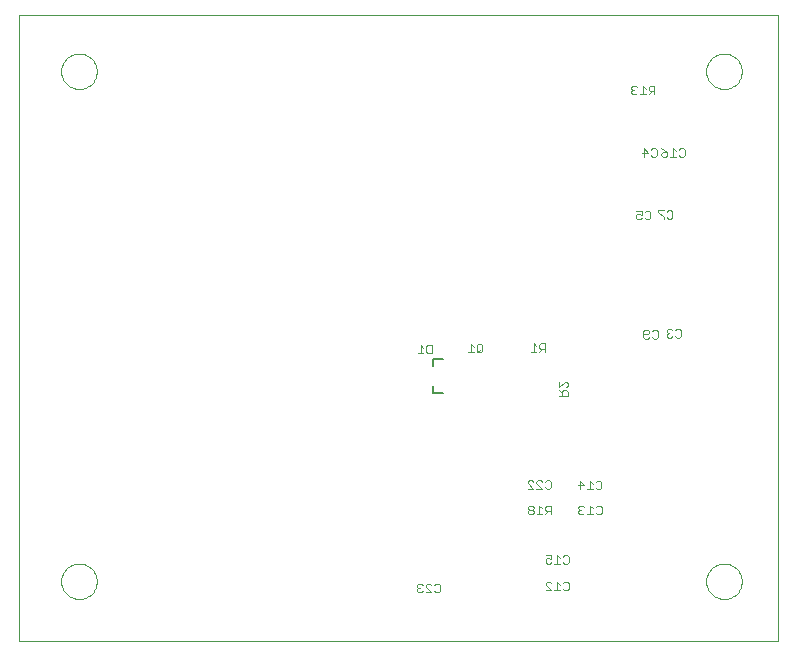
<source format=gbo>
G75*
G70*
%OFA0B0*%
%FSLAX24Y24*%
%IPPOS*%
%LPD*%
%AMOC8*
5,1,8,0,0,1.08239X$1,22.5*
%
%ADD10C,0.0000*%
%ADD11C,0.0030*%
%ADD12C,0.0060*%
D10*
X000140Y000290D02*
X000140Y021156D01*
X000140Y021165D02*
X025443Y021165D01*
X025443Y021156D02*
X025443Y000290D01*
X000140Y000290D01*
X001549Y002290D02*
X001551Y002338D01*
X001557Y002386D01*
X001567Y002433D01*
X001580Y002479D01*
X001598Y002524D01*
X001618Y002568D01*
X001643Y002610D01*
X001671Y002649D01*
X001701Y002686D01*
X001735Y002720D01*
X001772Y002752D01*
X001810Y002781D01*
X001851Y002806D01*
X001894Y002828D01*
X001939Y002846D01*
X001985Y002860D01*
X002032Y002871D01*
X002080Y002878D01*
X002128Y002881D01*
X002176Y002880D01*
X002224Y002875D01*
X002272Y002866D01*
X002318Y002854D01*
X002363Y002837D01*
X002407Y002817D01*
X002449Y002794D01*
X002489Y002767D01*
X002527Y002737D01*
X002562Y002704D01*
X002594Y002668D01*
X002624Y002630D01*
X002650Y002589D01*
X002672Y002546D01*
X002692Y002502D01*
X002707Y002457D01*
X002719Y002410D01*
X002727Y002362D01*
X002731Y002314D01*
X002731Y002266D01*
X002727Y002218D01*
X002719Y002170D01*
X002707Y002123D01*
X002692Y002078D01*
X002672Y002034D01*
X002650Y001991D01*
X002624Y001950D01*
X002594Y001912D01*
X002562Y001876D01*
X002527Y001843D01*
X002489Y001813D01*
X002449Y001786D01*
X002407Y001763D01*
X002363Y001743D01*
X002318Y001726D01*
X002272Y001714D01*
X002224Y001705D01*
X002176Y001700D01*
X002128Y001699D01*
X002080Y001702D01*
X002032Y001709D01*
X001985Y001720D01*
X001939Y001734D01*
X001894Y001752D01*
X001851Y001774D01*
X001810Y001799D01*
X001772Y001828D01*
X001735Y001860D01*
X001701Y001894D01*
X001671Y001931D01*
X001643Y001970D01*
X001618Y002012D01*
X001598Y002056D01*
X001580Y002101D01*
X001567Y002147D01*
X001557Y002194D01*
X001551Y002242D01*
X001549Y002290D01*
X001549Y019290D02*
X001551Y019338D01*
X001557Y019386D01*
X001567Y019433D01*
X001580Y019479D01*
X001598Y019524D01*
X001618Y019568D01*
X001643Y019610D01*
X001671Y019649D01*
X001701Y019686D01*
X001735Y019720D01*
X001772Y019752D01*
X001810Y019781D01*
X001851Y019806D01*
X001894Y019828D01*
X001939Y019846D01*
X001985Y019860D01*
X002032Y019871D01*
X002080Y019878D01*
X002128Y019881D01*
X002176Y019880D01*
X002224Y019875D01*
X002272Y019866D01*
X002318Y019854D01*
X002363Y019837D01*
X002407Y019817D01*
X002449Y019794D01*
X002489Y019767D01*
X002527Y019737D01*
X002562Y019704D01*
X002594Y019668D01*
X002624Y019630D01*
X002650Y019589D01*
X002672Y019546D01*
X002692Y019502D01*
X002707Y019457D01*
X002719Y019410D01*
X002727Y019362D01*
X002731Y019314D01*
X002731Y019266D01*
X002727Y019218D01*
X002719Y019170D01*
X002707Y019123D01*
X002692Y019078D01*
X002672Y019034D01*
X002650Y018991D01*
X002624Y018950D01*
X002594Y018912D01*
X002562Y018876D01*
X002527Y018843D01*
X002489Y018813D01*
X002449Y018786D01*
X002407Y018763D01*
X002363Y018743D01*
X002318Y018726D01*
X002272Y018714D01*
X002224Y018705D01*
X002176Y018700D01*
X002128Y018699D01*
X002080Y018702D01*
X002032Y018709D01*
X001985Y018720D01*
X001939Y018734D01*
X001894Y018752D01*
X001851Y018774D01*
X001810Y018799D01*
X001772Y018828D01*
X001735Y018860D01*
X001701Y018894D01*
X001671Y018931D01*
X001643Y018970D01*
X001618Y019012D01*
X001598Y019056D01*
X001580Y019101D01*
X001567Y019147D01*
X001557Y019194D01*
X001551Y019242D01*
X001549Y019290D01*
X023049Y019290D02*
X023051Y019338D01*
X023057Y019386D01*
X023067Y019433D01*
X023080Y019479D01*
X023098Y019524D01*
X023118Y019568D01*
X023143Y019610D01*
X023171Y019649D01*
X023201Y019686D01*
X023235Y019720D01*
X023272Y019752D01*
X023310Y019781D01*
X023351Y019806D01*
X023394Y019828D01*
X023439Y019846D01*
X023485Y019860D01*
X023532Y019871D01*
X023580Y019878D01*
X023628Y019881D01*
X023676Y019880D01*
X023724Y019875D01*
X023772Y019866D01*
X023818Y019854D01*
X023863Y019837D01*
X023907Y019817D01*
X023949Y019794D01*
X023989Y019767D01*
X024027Y019737D01*
X024062Y019704D01*
X024094Y019668D01*
X024124Y019630D01*
X024150Y019589D01*
X024172Y019546D01*
X024192Y019502D01*
X024207Y019457D01*
X024219Y019410D01*
X024227Y019362D01*
X024231Y019314D01*
X024231Y019266D01*
X024227Y019218D01*
X024219Y019170D01*
X024207Y019123D01*
X024192Y019078D01*
X024172Y019034D01*
X024150Y018991D01*
X024124Y018950D01*
X024094Y018912D01*
X024062Y018876D01*
X024027Y018843D01*
X023989Y018813D01*
X023949Y018786D01*
X023907Y018763D01*
X023863Y018743D01*
X023818Y018726D01*
X023772Y018714D01*
X023724Y018705D01*
X023676Y018700D01*
X023628Y018699D01*
X023580Y018702D01*
X023532Y018709D01*
X023485Y018720D01*
X023439Y018734D01*
X023394Y018752D01*
X023351Y018774D01*
X023310Y018799D01*
X023272Y018828D01*
X023235Y018860D01*
X023201Y018894D01*
X023171Y018931D01*
X023143Y018970D01*
X023118Y019012D01*
X023098Y019056D01*
X023080Y019101D01*
X023067Y019147D01*
X023057Y019194D01*
X023051Y019242D01*
X023049Y019290D01*
X023049Y002290D02*
X023051Y002338D01*
X023057Y002386D01*
X023067Y002433D01*
X023080Y002479D01*
X023098Y002524D01*
X023118Y002568D01*
X023143Y002610D01*
X023171Y002649D01*
X023201Y002686D01*
X023235Y002720D01*
X023272Y002752D01*
X023310Y002781D01*
X023351Y002806D01*
X023394Y002828D01*
X023439Y002846D01*
X023485Y002860D01*
X023532Y002871D01*
X023580Y002878D01*
X023628Y002881D01*
X023676Y002880D01*
X023724Y002875D01*
X023772Y002866D01*
X023818Y002854D01*
X023863Y002837D01*
X023907Y002817D01*
X023949Y002794D01*
X023989Y002767D01*
X024027Y002737D01*
X024062Y002704D01*
X024094Y002668D01*
X024124Y002630D01*
X024150Y002589D01*
X024172Y002546D01*
X024192Y002502D01*
X024207Y002457D01*
X024219Y002410D01*
X024227Y002362D01*
X024231Y002314D01*
X024231Y002266D01*
X024227Y002218D01*
X024219Y002170D01*
X024207Y002123D01*
X024192Y002078D01*
X024172Y002034D01*
X024150Y001991D01*
X024124Y001950D01*
X024094Y001912D01*
X024062Y001876D01*
X024027Y001843D01*
X023989Y001813D01*
X023949Y001786D01*
X023907Y001763D01*
X023863Y001743D01*
X023818Y001726D01*
X023772Y001714D01*
X023724Y001705D01*
X023676Y001700D01*
X023628Y001699D01*
X023580Y001702D01*
X023532Y001709D01*
X023485Y001720D01*
X023439Y001734D01*
X023394Y001752D01*
X023351Y001774D01*
X023310Y001799D01*
X023272Y001828D01*
X023235Y001860D01*
X023201Y001894D01*
X023171Y001931D01*
X023143Y001970D01*
X023118Y002012D01*
X023098Y002056D01*
X023080Y002101D01*
X023067Y002147D01*
X023057Y002194D01*
X023051Y002242D01*
X023049Y002290D01*
D11*
X019558Y004575D02*
X019510Y004528D01*
X019415Y004528D01*
X019367Y004575D01*
X019268Y004528D02*
X019077Y004528D01*
X019172Y004528D02*
X019172Y004813D01*
X019268Y004718D01*
X019367Y004765D02*
X019415Y004813D01*
X019510Y004813D01*
X019558Y004765D01*
X019558Y004575D01*
X018978Y004575D02*
X018930Y004528D01*
X018835Y004528D01*
X018787Y004575D01*
X018787Y004623D01*
X018835Y004670D01*
X018882Y004670D01*
X018835Y004670D02*
X018787Y004718D01*
X018787Y004765D01*
X018835Y004813D01*
X018930Y004813D01*
X018978Y004765D01*
X019075Y005360D02*
X019265Y005360D01*
X019170Y005360D02*
X019170Y005645D01*
X019265Y005550D01*
X019365Y005598D02*
X019412Y005645D01*
X019508Y005645D01*
X019555Y005598D01*
X019555Y005408D01*
X019508Y005360D01*
X019412Y005360D01*
X019365Y005408D01*
X018975Y005503D02*
X018785Y005503D01*
X018832Y005645D02*
X018832Y005360D01*
X018975Y005503D02*
X018832Y005645D01*
X017868Y005608D02*
X017868Y005418D01*
X017820Y005370D01*
X017725Y005370D01*
X017677Y005418D01*
X017578Y005370D02*
X017387Y005560D01*
X017387Y005608D01*
X017435Y005655D01*
X017530Y005655D01*
X017578Y005608D01*
X017677Y005608D02*
X017725Y005655D01*
X017820Y005655D01*
X017868Y005608D01*
X017578Y005370D02*
X017387Y005370D01*
X017288Y005370D02*
X017097Y005560D01*
X017097Y005608D01*
X017145Y005655D01*
X017240Y005655D01*
X017288Y005608D01*
X017288Y005370D02*
X017097Y005370D01*
X017150Y004813D02*
X017102Y004765D01*
X017102Y004718D01*
X017150Y004670D01*
X017245Y004670D01*
X017293Y004718D01*
X017293Y004765D01*
X017245Y004813D01*
X017150Y004813D01*
X017150Y004670D02*
X017102Y004623D01*
X017102Y004575D01*
X017150Y004528D01*
X017245Y004528D01*
X017293Y004575D01*
X017293Y004623D01*
X017245Y004670D01*
X017392Y004528D02*
X017583Y004528D01*
X017487Y004528D02*
X017487Y004813D01*
X017583Y004718D01*
X017682Y004765D02*
X017682Y004670D01*
X017730Y004623D01*
X017873Y004623D01*
X017873Y004528D02*
X017873Y004813D01*
X017730Y004813D01*
X017682Y004765D01*
X017777Y004623D02*
X017682Y004528D01*
X017692Y003163D02*
X017882Y003163D01*
X017882Y003020D01*
X017787Y003068D01*
X017740Y003068D01*
X017692Y003020D01*
X017692Y002925D01*
X017740Y002878D01*
X017835Y002878D01*
X017882Y002925D01*
X017982Y002878D02*
X018172Y002878D01*
X018077Y002878D02*
X018077Y003163D01*
X018172Y003068D01*
X018272Y003115D02*
X018320Y003163D01*
X018415Y003163D01*
X018463Y003115D01*
X018463Y002925D01*
X018415Y002878D01*
X018320Y002878D01*
X018272Y002925D01*
X018320Y002278D02*
X018415Y002278D01*
X018463Y002230D01*
X018463Y002040D01*
X018415Y001993D01*
X018320Y001993D01*
X018272Y002040D01*
X018172Y001993D02*
X017982Y001993D01*
X018077Y001993D02*
X018077Y002278D01*
X018172Y002183D01*
X018272Y002230D02*
X018320Y002278D01*
X017882Y002230D02*
X017835Y002278D01*
X017740Y002278D01*
X017692Y002230D01*
X017692Y002183D01*
X017882Y001993D01*
X017692Y001993D01*
X014175Y001973D02*
X014127Y001925D01*
X014032Y001925D01*
X013985Y001973D01*
X013885Y001925D02*
X013695Y002115D01*
X013695Y002163D01*
X013742Y002210D01*
X013837Y002210D01*
X013885Y002163D01*
X013985Y002163D02*
X014032Y002210D01*
X014127Y002210D01*
X014175Y002163D01*
X014175Y001973D01*
X013885Y001925D02*
X013695Y001925D01*
X013595Y001973D02*
X013547Y001925D01*
X013452Y001925D01*
X013405Y001973D01*
X013405Y002020D01*
X013452Y002068D01*
X013500Y002068D01*
X013452Y002068D02*
X013405Y002115D01*
X013405Y002163D01*
X013452Y002210D01*
X013547Y002210D01*
X013595Y002163D01*
X018145Y008463D02*
X018430Y008463D01*
X018430Y008605D01*
X018383Y008653D01*
X018288Y008653D01*
X018240Y008605D01*
X018240Y008463D01*
X018240Y008558D02*
X018145Y008653D01*
X018145Y008753D02*
X018335Y008943D01*
X018383Y008943D01*
X018430Y008895D01*
X018430Y008800D01*
X018383Y008753D01*
X018145Y008753D02*
X018145Y008943D01*
X017678Y009940D02*
X017678Y010225D01*
X017535Y010225D01*
X017487Y010178D01*
X017487Y010083D01*
X017535Y010035D01*
X017678Y010035D01*
X017582Y010035D02*
X017487Y009940D01*
X017387Y009940D02*
X017197Y009940D01*
X017292Y009940D02*
X017292Y010225D01*
X017387Y010130D01*
X015588Y010155D02*
X015588Y009965D01*
X015540Y009918D01*
X015445Y009918D01*
X015397Y009965D01*
X015397Y010155D01*
X015445Y010203D01*
X015540Y010203D01*
X015588Y010155D01*
X015492Y010013D02*
X015397Y009918D01*
X015297Y009918D02*
X015107Y009918D01*
X015202Y009918D02*
X015202Y010203D01*
X015297Y010108D01*
X013910Y010178D02*
X013910Y009893D01*
X013767Y009893D01*
X013720Y009940D01*
X013720Y010130D01*
X013767Y010178D01*
X013910Y010178D01*
X013620Y010083D02*
X013525Y010178D01*
X013525Y009893D01*
X013620Y009893D02*
X013430Y009893D01*
X020707Y014400D02*
X020755Y014353D01*
X020850Y014353D01*
X020897Y014400D01*
X020897Y014495D02*
X020802Y014543D01*
X020755Y014543D01*
X020707Y014495D01*
X020707Y014400D01*
X020897Y014495D02*
X020897Y014638D01*
X020707Y014638D01*
X020997Y014590D02*
X021045Y014638D01*
X021140Y014638D01*
X021188Y014590D01*
X021188Y014400D01*
X021140Y014353D01*
X021045Y014353D01*
X020997Y014400D01*
X021437Y014610D02*
X021627Y014420D01*
X021627Y014373D01*
X021727Y014420D02*
X021775Y014373D01*
X021870Y014373D01*
X021918Y014420D01*
X021918Y014610D01*
X021870Y014658D01*
X021775Y014658D01*
X021727Y014610D01*
X021627Y014658D02*
X021437Y014658D01*
X021437Y014610D01*
X021352Y016440D02*
X021257Y016440D01*
X021210Y016488D01*
X021110Y016583D02*
X020967Y016725D01*
X020967Y016440D01*
X020920Y016583D02*
X021110Y016583D01*
X021210Y016678D02*
X021257Y016725D01*
X021352Y016725D01*
X021400Y016678D01*
X021400Y016488D01*
X021352Y016440D01*
X021555Y016493D02*
X021555Y016540D01*
X021602Y016588D01*
X021745Y016588D01*
X021745Y016493D01*
X021697Y016445D01*
X021602Y016445D01*
X021555Y016493D01*
X021650Y016683D02*
X021745Y016588D01*
X021650Y016683D02*
X021555Y016730D01*
X021940Y016730D02*
X021940Y016445D01*
X022035Y016445D02*
X021845Y016445D01*
X022035Y016635D02*
X021940Y016730D01*
X022135Y016683D02*
X022182Y016730D01*
X022277Y016730D01*
X022325Y016683D01*
X022325Y016493D01*
X022277Y016445D01*
X022182Y016445D01*
X022135Y016493D01*
X021320Y018525D02*
X021320Y018810D01*
X021177Y018810D01*
X021130Y018763D01*
X021130Y018668D01*
X021177Y018620D01*
X021320Y018620D01*
X021225Y018620D02*
X021130Y018525D01*
X021030Y018525D02*
X020840Y018525D01*
X020935Y018525D02*
X020935Y018810D01*
X021030Y018715D01*
X020740Y018763D02*
X020692Y018810D01*
X020597Y018810D01*
X020550Y018763D01*
X020550Y018715D01*
X020597Y018668D01*
X020550Y018620D01*
X020550Y018573D01*
X020597Y018525D01*
X020692Y018525D01*
X020740Y018573D01*
X020645Y018668D02*
X020597Y018668D01*
X021005Y010665D02*
X021100Y010665D01*
X021147Y010618D01*
X021147Y010570D01*
X021100Y010523D01*
X020957Y010523D01*
X020957Y010618D02*
X021005Y010665D01*
X020957Y010618D02*
X020957Y010428D01*
X021005Y010380D01*
X021100Y010380D01*
X021147Y010428D01*
X021247Y010428D02*
X021295Y010380D01*
X021390Y010380D01*
X021438Y010428D01*
X021438Y010618D01*
X021390Y010665D01*
X021295Y010665D01*
X021247Y010618D01*
X021725Y010605D02*
X021772Y010558D01*
X021725Y010510D01*
X021725Y010463D01*
X021772Y010415D01*
X021867Y010415D01*
X021915Y010463D01*
X022015Y010463D02*
X022062Y010415D01*
X022157Y010415D01*
X022205Y010463D01*
X022205Y010653D01*
X022157Y010700D01*
X022062Y010700D01*
X022015Y010653D01*
X021915Y010653D02*
X021867Y010700D01*
X021772Y010700D01*
X021725Y010653D01*
X021725Y010605D01*
X021772Y010558D02*
X021820Y010558D01*
D12*
X014263Y009685D02*
X013943Y009685D01*
X013943Y009465D01*
X013943Y008785D02*
X013943Y008565D01*
X014263Y008565D01*
M02*

</source>
